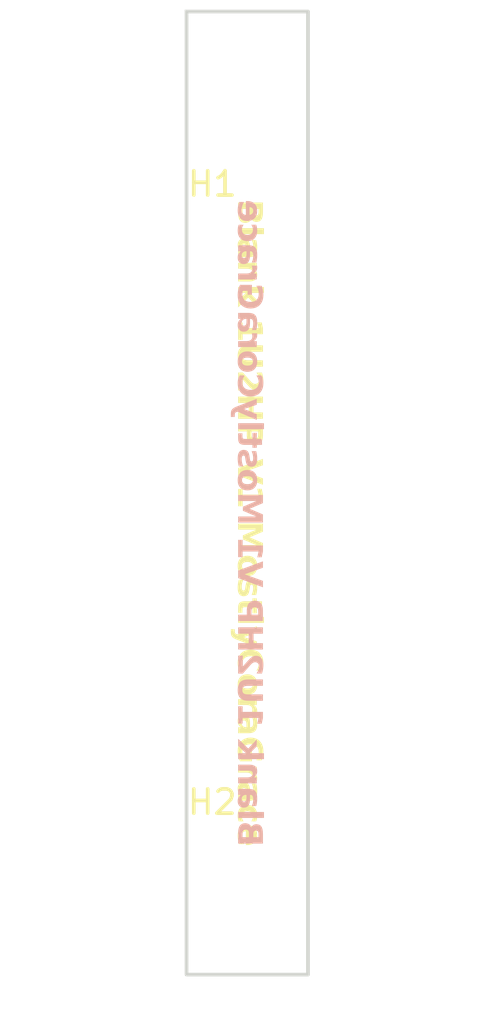
<source format=kicad_pcb>
(kicad_pcb (version 20240108) (generator "pcbnew") (generator_version "8.0")
  (layers (0 "F.Cu" signal) (31 "B.Cu" signal) (34 "B.Paste" user) (35 "F.Paste" user) (36 "B.SilkS" user "B.Silkscreen") (37 "F.SilkS" user "F.Silkscreen") (38 "B.Mask" user) (39 "F.Mask" user) (44 "Edge.Cuts" user))
  (net 0 "")
  (footprint "EXC:MountingHole_3.2mm_M3" (layer "F.Cu") (at 2.54 5.425)
    (property "Reference" "H1" (at -0.381 4.1 0) (layer "F.SilkS") (effects (justify right)))
    (property "Value" "Eurorack_M3_MountingHole")
    (pad "" np_thru_hole circle (at 0 0) (size 3.2 3.2) (drill 3.2) (layers "F&B.Cu" "*.Mask"))
  )
  (footprint "EXC:MountingHole_3.2mm_M3" (layer "F.Cu") (at 2.54 39.075)
    (property "Reference" "H2" (at -0.381 -4.1 0) (layer "F.SilkS") (effects (justify right)))
    (property "Value" "Eurorack_M3_MountingHole")
    (pad "" np_thru_hole circle (at 0 0) (size 3.2 3.2) (drill 3.2) (layers "F&B.Cu" "*.Mask"))
  )
  (gr_rect (start 0 2.425) (end 5 42.075) (stroke (width 0.15)) (fill none) (layer "Edge.Cuts"))
  (gr_text "Blank 1U2HP V1 MostlyCoraGrace" (at 2.54 10.16 270) (layer "B.SilkS") (effects (font (size 1 1) (thickness 0.25) (bold yes)) (justify right mirror)))
  (gr_text "Blank 1U2HP V1 MostlyCoraGrace" (at 2.54 10.16 270) (layer "F.SilkS") (effects (font (size 1 1) (thickness 0.25) (bold yes)) (justify left)))
)
</source>
